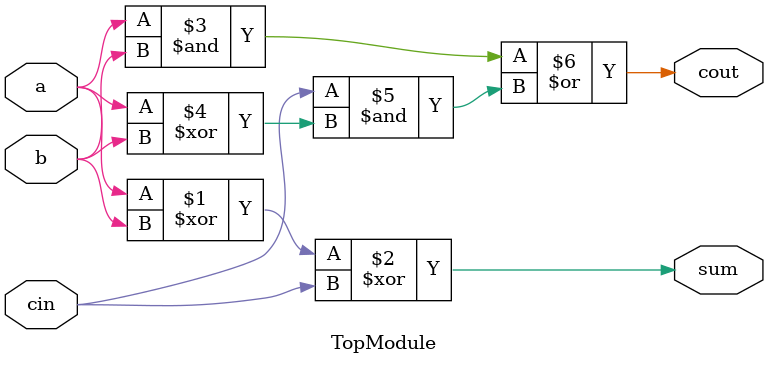
<source format=sv>
module TopModule (
    input logic a,
    input logic b,
    input logic cin,
    output logic cout,
    output logic sum
);

    assign sum = a ^ b ^ cin;
    assign cout = (a & b) | (cin & (a ^ b));

endmodule
</source>
